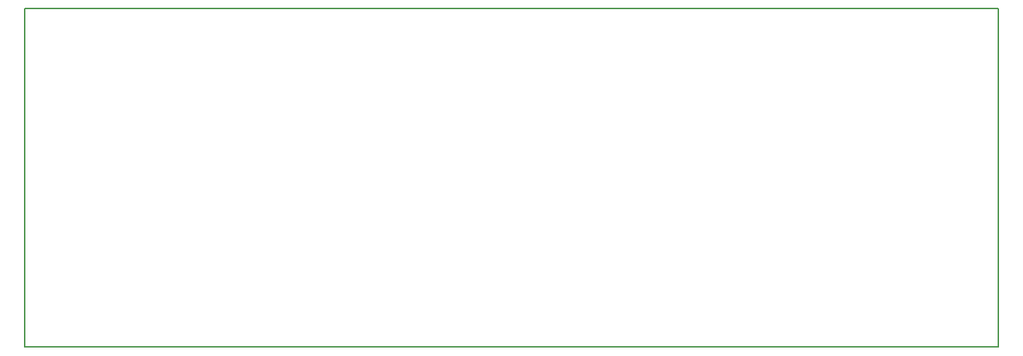
<source format=gbl>
G04 Smart Collar 2.0 - Bottom Copper Layer*
%FSLAX24Y24*%
%MOIN*%
%ADD10C,0.0050*%
D10*
X012000Y012000D02*
X058000Y012000D01*
X058000Y028000D01*
X012000Y028000D01*
X012000Y012000D01*
M02*

</source>
